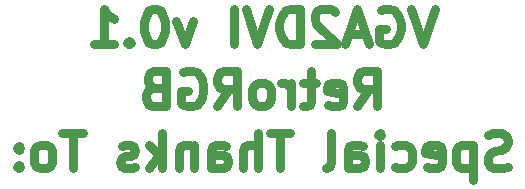
<source format=gbo>
G04 #@! TF.GenerationSoftware,KiCad,Pcbnew,(5.1.0)-1*
G04 #@! TF.CreationDate,2019-03-24T00:08:19-04:00*
G04 #@! TF.ProjectId,vga2dvi,76676132-6476-4692-9e6b-696361645f70,rev?*
G04 #@! TF.SameCoordinates,Original*
G04 #@! TF.FileFunction,Legend,Bot*
G04 #@! TF.FilePolarity,Positive*
%FSLAX46Y46*%
G04 Gerber Fmt 4.6, Leading zero omitted, Abs format (unit mm)*
G04 Created by KiCad (PCBNEW (5.1.0)-1) date 2019-03-24 00:08:19*
%MOMM*%
%LPD*%
G04 APERTURE LIST*
%ADD10C,0.750000*%
G04 APERTURE END LIST*
D10*
X142841428Y-92167142D02*
X141841428Y-95167142D01*
X140841428Y-92167142D01*
X138270000Y-92310000D02*
X138555714Y-92167142D01*
X138984285Y-92167142D01*
X139412857Y-92310000D01*
X139698571Y-92595714D01*
X139841428Y-92881428D01*
X139984285Y-93452857D01*
X139984285Y-93881428D01*
X139841428Y-94452857D01*
X139698571Y-94738571D01*
X139412857Y-95024285D01*
X138984285Y-95167142D01*
X138698571Y-95167142D01*
X138270000Y-95024285D01*
X138127142Y-94881428D01*
X138127142Y-93881428D01*
X138698571Y-93881428D01*
X136984285Y-94310000D02*
X135555714Y-94310000D01*
X137270000Y-95167142D02*
X136270000Y-92167142D01*
X135270000Y-95167142D01*
X134412857Y-92452857D02*
X134270000Y-92310000D01*
X133984285Y-92167142D01*
X133270000Y-92167142D01*
X132984285Y-92310000D01*
X132841428Y-92452857D01*
X132698571Y-92738571D01*
X132698571Y-93024285D01*
X132841428Y-93452857D01*
X134555714Y-95167142D01*
X132698571Y-95167142D01*
X131412857Y-95167142D02*
X131412857Y-92167142D01*
X130698571Y-92167142D01*
X130270000Y-92310000D01*
X129984285Y-92595714D01*
X129841428Y-92881428D01*
X129698571Y-93452857D01*
X129698571Y-93881428D01*
X129841428Y-94452857D01*
X129984285Y-94738571D01*
X130270000Y-95024285D01*
X130698571Y-95167142D01*
X131412857Y-95167142D01*
X128841428Y-92167142D02*
X127841428Y-95167142D01*
X126841428Y-92167142D01*
X125841428Y-95167142D02*
X125841428Y-92167142D01*
X122412857Y-93167142D02*
X121698571Y-95167142D01*
X120984285Y-93167142D01*
X119270000Y-92167142D02*
X118984285Y-92167142D01*
X118698571Y-92310000D01*
X118555714Y-92452857D01*
X118412857Y-92738571D01*
X118270000Y-93310000D01*
X118270000Y-94024285D01*
X118412857Y-94595714D01*
X118555714Y-94881428D01*
X118698571Y-95024285D01*
X118984285Y-95167142D01*
X119270000Y-95167142D01*
X119555714Y-95024285D01*
X119698571Y-94881428D01*
X119841428Y-94595714D01*
X119984285Y-94024285D01*
X119984285Y-93310000D01*
X119841428Y-92738571D01*
X119698571Y-92452857D01*
X119555714Y-92310000D01*
X119270000Y-92167142D01*
X116984285Y-94881428D02*
X116841428Y-95024285D01*
X116984285Y-95167142D01*
X117127142Y-95024285D01*
X116984285Y-94881428D01*
X116984285Y-95167142D01*
X113984285Y-95167142D02*
X115698571Y-95167142D01*
X114841428Y-95167142D02*
X114841428Y-92167142D01*
X115127142Y-92595714D01*
X115412857Y-92881428D01*
X115698571Y-93024285D01*
X136270000Y-100417142D02*
X137270000Y-98988571D01*
X137984285Y-100417142D02*
X137984285Y-97417142D01*
X136841428Y-97417142D01*
X136555714Y-97560000D01*
X136412857Y-97702857D01*
X136270000Y-97988571D01*
X136270000Y-98417142D01*
X136412857Y-98702857D01*
X136555714Y-98845714D01*
X136841428Y-98988571D01*
X137984285Y-98988571D01*
X133841428Y-100274285D02*
X134127142Y-100417142D01*
X134698571Y-100417142D01*
X134984285Y-100274285D01*
X135127142Y-99988571D01*
X135127142Y-98845714D01*
X134984285Y-98560000D01*
X134698571Y-98417142D01*
X134127142Y-98417142D01*
X133841428Y-98560000D01*
X133698571Y-98845714D01*
X133698571Y-99131428D01*
X135127142Y-99417142D01*
X132841428Y-98417142D02*
X131698571Y-98417142D01*
X132412857Y-97417142D02*
X132412857Y-99988571D01*
X132270000Y-100274285D01*
X131984285Y-100417142D01*
X131698571Y-100417142D01*
X130698571Y-100417142D02*
X130698571Y-98417142D01*
X130698571Y-98988571D02*
X130555714Y-98702857D01*
X130412857Y-98560000D01*
X130127142Y-98417142D01*
X129841428Y-98417142D01*
X128412857Y-100417142D02*
X128698571Y-100274285D01*
X128841428Y-100131428D01*
X128984285Y-99845714D01*
X128984285Y-98988571D01*
X128841428Y-98702857D01*
X128698571Y-98560000D01*
X128412857Y-98417142D01*
X127984285Y-98417142D01*
X127698571Y-98560000D01*
X127555714Y-98702857D01*
X127412857Y-98988571D01*
X127412857Y-99845714D01*
X127555714Y-100131428D01*
X127698571Y-100274285D01*
X127984285Y-100417142D01*
X128412857Y-100417142D01*
X124412857Y-100417142D02*
X125412857Y-98988571D01*
X126127142Y-100417142D02*
X126127142Y-97417142D01*
X124984285Y-97417142D01*
X124698571Y-97560000D01*
X124555714Y-97702857D01*
X124412857Y-97988571D01*
X124412857Y-98417142D01*
X124555714Y-98702857D01*
X124698571Y-98845714D01*
X124984285Y-98988571D01*
X126127142Y-98988571D01*
X121555714Y-97560000D02*
X121841428Y-97417142D01*
X122270000Y-97417142D01*
X122698571Y-97560000D01*
X122984285Y-97845714D01*
X123127142Y-98131428D01*
X123270000Y-98702857D01*
X123270000Y-99131428D01*
X123127142Y-99702857D01*
X122984285Y-99988571D01*
X122698571Y-100274285D01*
X122270000Y-100417142D01*
X121984285Y-100417142D01*
X121555714Y-100274285D01*
X121412857Y-100131428D01*
X121412857Y-99131428D01*
X121984285Y-99131428D01*
X119127142Y-98845714D02*
X118698571Y-98988571D01*
X118555714Y-99131428D01*
X118412857Y-99417142D01*
X118412857Y-99845714D01*
X118555714Y-100131428D01*
X118698571Y-100274285D01*
X118984285Y-100417142D01*
X120127142Y-100417142D01*
X120127142Y-97417142D01*
X119127142Y-97417142D01*
X118841428Y-97560000D01*
X118698571Y-97702857D01*
X118555714Y-97988571D01*
X118555714Y-98274285D01*
X118698571Y-98560000D01*
X118841428Y-98702857D01*
X119127142Y-98845714D01*
X120127142Y-98845714D01*
X149055714Y-105524285D02*
X148627142Y-105667142D01*
X147912857Y-105667142D01*
X147627142Y-105524285D01*
X147484285Y-105381428D01*
X147341428Y-105095714D01*
X147341428Y-104810000D01*
X147484285Y-104524285D01*
X147627142Y-104381428D01*
X147912857Y-104238571D01*
X148484285Y-104095714D01*
X148770000Y-103952857D01*
X148912857Y-103810000D01*
X149055714Y-103524285D01*
X149055714Y-103238571D01*
X148912857Y-102952857D01*
X148770000Y-102810000D01*
X148484285Y-102667142D01*
X147770000Y-102667142D01*
X147341428Y-102810000D01*
X146055714Y-103667142D02*
X146055714Y-106667142D01*
X146055714Y-103810000D02*
X145770000Y-103667142D01*
X145198571Y-103667142D01*
X144912857Y-103810000D01*
X144770000Y-103952857D01*
X144627142Y-104238571D01*
X144627142Y-105095714D01*
X144770000Y-105381428D01*
X144912857Y-105524285D01*
X145198571Y-105667142D01*
X145770000Y-105667142D01*
X146055714Y-105524285D01*
X142198571Y-105524285D02*
X142484285Y-105667142D01*
X143055714Y-105667142D01*
X143341428Y-105524285D01*
X143484285Y-105238571D01*
X143484285Y-104095714D01*
X143341428Y-103810000D01*
X143055714Y-103667142D01*
X142484285Y-103667142D01*
X142198571Y-103810000D01*
X142055714Y-104095714D01*
X142055714Y-104381428D01*
X143484285Y-104667142D01*
X139484285Y-105524285D02*
X139770000Y-105667142D01*
X140341428Y-105667142D01*
X140627142Y-105524285D01*
X140770000Y-105381428D01*
X140912857Y-105095714D01*
X140912857Y-104238571D01*
X140770000Y-103952857D01*
X140627142Y-103810000D01*
X140341428Y-103667142D01*
X139770000Y-103667142D01*
X139484285Y-103810000D01*
X138198571Y-105667142D02*
X138198571Y-103667142D01*
X138198571Y-102667142D02*
X138341428Y-102810000D01*
X138198571Y-102952857D01*
X138055714Y-102810000D01*
X138198571Y-102667142D01*
X138198571Y-102952857D01*
X135484285Y-105667142D02*
X135484285Y-104095714D01*
X135627142Y-103810000D01*
X135912857Y-103667142D01*
X136484285Y-103667142D01*
X136770000Y-103810000D01*
X135484285Y-105524285D02*
X135770000Y-105667142D01*
X136484285Y-105667142D01*
X136770000Y-105524285D01*
X136912857Y-105238571D01*
X136912857Y-104952857D01*
X136770000Y-104667142D01*
X136484285Y-104524285D01*
X135770000Y-104524285D01*
X135484285Y-104381428D01*
X133627142Y-105667142D02*
X133912857Y-105524285D01*
X134055714Y-105238571D01*
X134055714Y-102667142D01*
X130627142Y-102667142D02*
X128912857Y-102667142D01*
X129770000Y-105667142D02*
X129770000Y-102667142D01*
X127912857Y-105667142D02*
X127912857Y-102667142D01*
X126627142Y-105667142D02*
X126627142Y-104095714D01*
X126770000Y-103810000D01*
X127055714Y-103667142D01*
X127484285Y-103667142D01*
X127770000Y-103810000D01*
X127912857Y-103952857D01*
X123912857Y-105667142D02*
X123912857Y-104095714D01*
X124055714Y-103810000D01*
X124341428Y-103667142D01*
X124912857Y-103667142D01*
X125198571Y-103810000D01*
X123912857Y-105524285D02*
X124198571Y-105667142D01*
X124912857Y-105667142D01*
X125198571Y-105524285D01*
X125341428Y-105238571D01*
X125341428Y-104952857D01*
X125198571Y-104667142D01*
X124912857Y-104524285D01*
X124198571Y-104524285D01*
X123912857Y-104381428D01*
X122484285Y-103667142D02*
X122484285Y-105667142D01*
X122484285Y-103952857D02*
X122341428Y-103810000D01*
X122055714Y-103667142D01*
X121627142Y-103667142D01*
X121341428Y-103810000D01*
X121198571Y-104095714D01*
X121198571Y-105667142D01*
X119770000Y-105667142D02*
X119770000Y-102667142D01*
X119484285Y-104524285D02*
X118627142Y-105667142D01*
X118627142Y-103667142D02*
X119770000Y-104810000D01*
X117484285Y-105524285D02*
X117198571Y-105667142D01*
X116627142Y-105667142D01*
X116341428Y-105524285D01*
X116198571Y-105238571D01*
X116198571Y-105095714D01*
X116341428Y-104810000D01*
X116627142Y-104667142D01*
X117055714Y-104667142D01*
X117341428Y-104524285D01*
X117484285Y-104238571D01*
X117484285Y-104095714D01*
X117341428Y-103810000D01*
X117055714Y-103667142D01*
X116627142Y-103667142D01*
X116341428Y-103810000D01*
X113055714Y-102667142D02*
X111341428Y-102667142D01*
X112198571Y-105667142D02*
X112198571Y-102667142D01*
X109912857Y-105667142D02*
X110198571Y-105524285D01*
X110341428Y-105381428D01*
X110484285Y-105095714D01*
X110484285Y-104238571D01*
X110341428Y-103952857D01*
X110198571Y-103810000D01*
X109912857Y-103667142D01*
X109484285Y-103667142D01*
X109198571Y-103810000D01*
X109055714Y-103952857D01*
X108912857Y-104238571D01*
X108912857Y-105095714D01*
X109055714Y-105381428D01*
X109198571Y-105524285D01*
X109484285Y-105667142D01*
X109912857Y-105667142D01*
X107627142Y-105381428D02*
X107484285Y-105524285D01*
X107627142Y-105667142D01*
X107770000Y-105524285D01*
X107627142Y-105381428D01*
X107627142Y-105667142D01*
X107627142Y-103810000D02*
X107484285Y-103952857D01*
X107627142Y-104095714D01*
X107770000Y-103952857D01*
X107627142Y-103810000D01*
X107627142Y-104095714D01*
M02*

</source>
